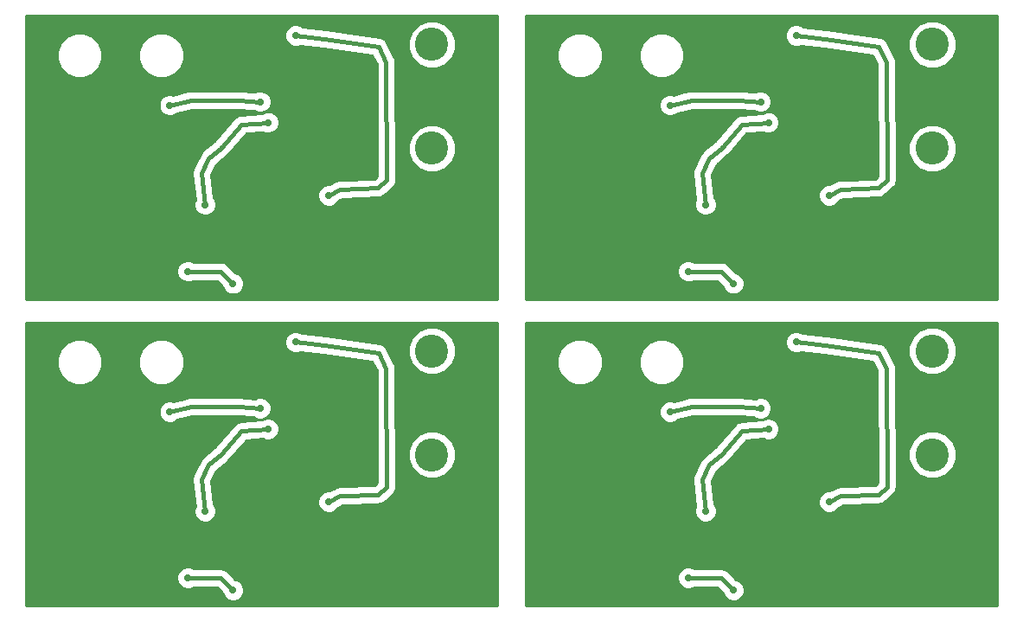
<source format=gbl>
G04 (created by PCBNEW (2013-08-24 BZR 4298)-stable) date Sat 07 Jun 2014 09:10:14 PM PDT*
%MOIN*%
G04 Gerber Fmt 3.4, Leading zero omitted, Abs format*
%FSLAX34Y34*%
G01*
G70*
G90*
G04 APERTURE LIST*
%ADD10C,0.005906*%
%ADD11C,0.127953*%
%ADD12C,0.019685*%
%ADD13R,0.082677X0.082677*%
%ADD14C,0.027559*%
%ADD15C,0.015748*%
%ADD16C,0.010000*%
G04 APERTURE END LIST*
G54D10*
G54D11*
X60826Y-45244D03*
X60826Y-49244D03*
G54D12*
X54330Y-51771D03*
X54557Y-51998D03*
X54557Y-51545D03*
X54104Y-51998D03*
X54104Y-51545D03*
G54D13*
X54330Y-51771D03*
G54D12*
X73622Y-51771D03*
X73848Y-51998D03*
X73848Y-51545D03*
X73395Y-51998D03*
X73395Y-51545D03*
G54D13*
X73622Y-51771D03*
G54D11*
X80118Y-45244D03*
X80118Y-49244D03*
X80118Y-33433D03*
X80118Y-37433D03*
G54D12*
X73622Y-39960D03*
X73848Y-40187D03*
X73848Y-39734D03*
X73395Y-40187D03*
X73395Y-39734D03*
G54D13*
X73622Y-39960D03*
G54D12*
X54330Y-39960D03*
X54557Y-40187D03*
X54557Y-39734D03*
X54104Y-40187D03*
X54104Y-39734D03*
G54D13*
X54330Y-39960D03*
G54D11*
X60826Y-33433D03*
X60826Y-37433D03*
G54D14*
X52086Y-51417D03*
X54511Y-48251D03*
X73803Y-48251D03*
X71377Y-51417D03*
X71377Y-39606D03*
X73803Y-36440D03*
X54511Y-36440D03*
X52086Y-39606D03*
X51377Y-51387D03*
X53980Y-49590D03*
X56055Y-49161D03*
X57874Y-51574D03*
X55433Y-52972D03*
X74724Y-52972D03*
X77165Y-51574D03*
X75346Y-49161D03*
X73271Y-49590D03*
X70669Y-51387D03*
X70669Y-39576D03*
X73271Y-37779D03*
X75346Y-37350D03*
X77165Y-39763D03*
X74724Y-41161D03*
X55433Y-41161D03*
X57874Y-39763D03*
X56055Y-37350D03*
X53980Y-37779D03*
X51377Y-39576D03*
X54208Y-47452D03*
X50720Y-47590D03*
X70011Y-47590D03*
X73500Y-47452D03*
X73500Y-35641D03*
X70011Y-35779D03*
X50720Y-35779D03*
X54208Y-35641D03*
X56850Y-51062D03*
X55574Y-44901D03*
X74866Y-44901D03*
X76141Y-51062D03*
X76141Y-39251D03*
X74866Y-33090D03*
X55574Y-33090D03*
X56850Y-39251D03*
X51417Y-53986D03*
X53159Y-54458D03*
X72450Y-54458D03*
X70708Y-53986D03*
X70708Y-42175D03*
X72450Y-42647D03*
X53159Y-42647D03*
X51417Y-42175D03*
G54D15*
X52709Y-49216D02*
X52709Y-49225D01*
X52228Y-49625D02*
X51948Y-50196D01*
X51948Y-50196D02*
X52086Y-51417D01*
X52708Y-49220D02*
X52228Y-49625D01*
X52709Y-49216D02*
X52708Y-49220D01*
X54511Y-48251D02*
X53488Y-48322D01*
X53488Y-48322D02*
X52708Y-49220D01*
X52708Y-49220D02*
X52708Y-49220D01*
X72000Y-49220D02*
X72000Y-49220D01*
X72779Y-48322D02*
X72000Y-49220D01*
X73803Y-48251D02*
X72779Y-48322D01*
X72001Y-49216D02*
X72000Y-49220D01*
X72000Y-49220D02*
X71519Y-49625D01*
X71240Y-50196D02*
X71377Y-51417D01*
X71519Y-49625D02*
X71240Y-50196D01*
X72001Y-49216D02*
X72000Y-49225D01*
X72001Y-37405D02*
X72000Y-37414D01*
X71519Y-37814D02*
X71240Y-38385D01*
X71240Y-38385D02*
X71377Y-39606D01*
X72000Y-37409D02*
X71519Y-37814D01*
X72001Y-37405D02*
X72000Y-37409D01*
X73803Y-36440D02*
X72779Y-36511D01*
X72779Y-36511D02*
X72000Y-37409D01*
X72000Y-37409D02*
X72000Y-37409D01*
X52708Y-37409D02*
X52708Y-37409D01*
X53488Y-36511D02*
X52708Y-37409D01*
X54511Y-36440D02*
X53488Y-36511D01*
X52709Y-37405D02*
X52708Y-37409D01*
X52708Y-37409D02*
X52228Y-37814D01*
X51948Y-38385D02*
X52086Y-39606D01*
X52228Y-37814D02*
X51948Y-38385D01*
X52709Y-37405D02*
X52709Y-37414D01*
X56055Y-49161D02*
X56039Y-49177D01*
X75346Y-49161D02*
X75330Y-49177D01*
X75346Y-37350D02*
X75330Y-37366D01*
X56055Y-37350D02*
X56039Y-37366D01*
X54208Y-47452D02*
X53370Y-47393D01*
X53370Y-47393D02*
X51539Y-47393D01*
X50720Y-47590D02*
X51539Y-47393D01*
X70011Y-47590D02*
X70830Y-47393D01*
X72661Y-47393D02*
X70830Y-47393D01*
X73500Y-47452D02*
X72661Y-47393D01*
X73500Y-35641D02*
X72661Y-35582D01*
X72661Y-35582D02*
X70830Y-35582D01*
X70011Y-35779D02*
X70830Y-35582D01*
X50720Y-35779D02*
X51539Y-35582D01*
X53370Y-35582D02*
X51539Y-35582D01*
X54208Y-35641D02*
X53370Y-35582D01*
X58755Y-50779D02*
X59086Y-50480D01*
X57283Y-50826D02*
X58755Y-50779D01*
X56850Y-51062D02*
X57283Y-50826D01*
X55574Y-44901D02*
X56692Y-45031D01*
X56692Y-45031D02*
X58763Y-45318D01*
X58763Y-45318D02*
X59062Y-45917D01*
X59062Y-45917D02*
X59086Y-50480D01*
X78354Y-45917D02*
X78377Y-50480D01*
X78055Y-45318D02*
X78354Y-45917D01*
X75984Y-45031D02*
X78055Y-45318D01*
X74866Y-44901D02*
X75984Y-45031D01*
X76141Y-51062D02*
X76574Y-50826D01*
X76574Y-50826D02*
X78047Y-50779D01*
X78047Y-50779D02*
X78377Y-50480D01*
X78047Y-38968D02*
X78377Y-38669D01*
X76574Y-39015D02*
X78047Y-38968D01*
X76141Y-39251D02*
X76574Y-39015D01*
X74866Y-33090D02*
X75984Y-33220D01*
X75984Y-33220D02*
X78055Y-33507D01*
X78055Y-33507D02*
X78354Y-34106D01*
X78354Y-34106D02*
X78377Y-38669D01*
X59062Y-34106D02*
X59086Y-38669D01*
X58763Y-33507D02*
X59062Y-34106D01*
X56692Y-33220D02*
X58763Y-33507D01*
X55574Y-33090D02*
X56692Y-33220D01*
X56850Y-39251D02*
X57283Y-39015D01*
X57283Y-39015D02*
X58755Y-38968D01*
X58755Y-38968D02*
X59086Y-38669D01*
X52687Y-53986D02*
X53159Y-54458D01*
X51417Y-53986D02*
X52687Y-53986D01*
X70708Y-53986D02*
X71978Y-53986D01*
X71978Y-53986D02*
X72450Y-54458D01*
X71978Y-42175D02*
X72450Y-42647D01*
X70708Y-42175D02*
X71978Y-42175D01*
X51417Y-42175D02*
X52687Y-42175D01*
X52687Y-42175D02*
X53159Y-42647D01*
G54D10*
G36*
X63335Y-43257D02*
X61752Y-43257D01*
X61752Y-37249D01*
X61752Y-33249D01*
X61612Y-32909D01*
X61351Y-32648D01*
X61011Y-32507D01*
X60643Y-32506D01*
X60302Y-32647D01*
X60042Y-32907D01*
X59900Y-33248D01*
X59900Y-33616D01*
X60041Y-33956D01*
X60301Y-34217D01*
X60641Y-34358D01*
X61010Y-34359D01*
X61350Y-34218D01*
X61611Y-33958D01*
X61752Y-33618D01*
X61752Y-33249D01*
X61752Y-37249D01*
X61612Y-36909D01*
X61351Y-36648D01*
X61011Y-36507D01*
X60643Y-36506D01*
X60302Y-36647D01*
X60042Y-36907D01*
X59900Y-37248D01*
X59900Y-37616D01*
X60041Y-37956D01*
X60301Y-38217D01*
X60641Y-38358D01*
X61010Y-38359D01*
X61350Y-38218D01*
X61611Y-37958D01*
X61752Y-37618D01*
X61752Y-37249D01*
X61752Y-43257D01*
X59451Y-43257D01*
X59451Y-38667D01*
X59427Y-34104D01*
X59425Y-34092D01*
X59427Y-34080D01*
X59411Y-34023D01*
X59399Y-33964D01*
X59392Y-33954D01*
X59389Y-33943D01*
X59090Y-33344D01*
X59069Y-33318D01*
X59054Y-33287D01*
X59026Y-33262D01*
X59002Y-33232D01*
X58973Y-33215D01*
X58948Y-33193D01*
X58912Y-33180D01*
X58879Y-33161D01*
X58845Y-33157D01*
X58813Y-33146D01*
X56743Y-32858D01*
X56738Y-32859D01*
X56735Y-32857D01*
X55837Y-32753D01*
X55815Y-32731D01*
X55659Y-32666D01*
X55490Y-32666D01*
X55334Y-32730D01*
X55215Y-32850D01*
X55150Y-33005D01*
X55150Y-33174D01*
X55215Y-33330D01*
X55334Y-33449D01*
X55490Y-33514D01*
X55658Y-33514D01*
X55747Y-33478D01*
X56646Y-33582D01*
X58523Y-33842D01*
X58698Y-34193D01*
X58720Y-38508D01*
X58610Y-38608D01*
X57271Y-38650D01*
X57258Y-38654D01*
X57244Y-38652D01*
X57189Y-38670D01*
X57133Y-38683D01*
X57121Y-38691D01*
X57108Y-38695D01*
X56865Y-38827D01*
X56766Y-38827D01*
X56610Y-38892D01*
X56491Y-39011D01*
X56426Y-39167D01*
X56426Y-39335D01*
X56490Y-39491D01*
X56609Y-39611D01*
X56765Y-39675D01*
X56934Y-39676D01*
X57090Y-39611D01*
X57209Y-39492D01*
X57220Y-39465D01*
X57381Y-39377D01*
X58767Y-39333D01*
X58822Y-39320D01*
X58878Y-39312D01*
X58891Y-39304D01*
X58906Y-39301D01*
X58952Y-39268D01*
X59000Y-39239D01*
X59331Y-38939D01*
X59337Y-38931D01*
X59346Y-38926D01*
X59379Y-38874D01*
X59416Y-38825D01*
X59418Y-38815D01*
X59424Y-38807D01*
X59436Y-38746D01*
X59451Y-38687D01*
X59449Y-38677D01*
X59451Y-38667D01*
X59451Y-43257D01*
X54935Y-43257D01*
X54935Y-36356D01*
X54871Y-36201D01*
X54752Y-36081D01*
X54632Y-36032D01*
X54632Y-35557D01*
X54568Y-35401D01*
X54449Y-35282D01*
X54293Y-35217D01*
X54124Y-35217D01*
X54016Y-35262D01*
X53395Y-35218D01*
X53382Y-35220D01*
X53370Y-35217D01*
X51539Y-35217D01*
X51497Y-35226D01*
X51454Y-35227D01*
X51270Y-35271D01*
X51270Y-33684D01*
X51137Y-33362D01*
X50891Y-33115D01*
X50568Y-32981D01*
X50220Y-32981D01*
X49897Y-33114D01*
X49650Y-33360D01*
X49517Y-33683D01*
X49516Y-34031D01*
X49649Y-34354D01*
X49896Y-34601D01*
X50218Y-34734D01*
X50567Y-34735D01*
X50889Y-34601D01*
X51136Y-34355D01*
X51270Y-34033D01*
X51270Y-33684D01*
X51270Y-35271D01*
X50848Y-35373D01*
X50805Y-35355D01*
X50636Y-35355D01*
X50480Y-35419D01*
X50361Y-35539D01*
X50296Y-35694D01*
X50296Y-35863D01*
X50360Y-36019D01*
X50479Y-36138D01*
X50635Y-36203D01*
X50804Y-36203D01*
X50960Y-36139D01*
X51015Y-36083D01*
X51582Y-35947D01*
X53357Y-35947D01*
X53957Y-35989D01*
X53968Y-36000D01*
X54123Y-36065D01*
X54292Y-36065D01*
X54448Y-36001D01*
X54567Y-35882D01*
X54632Y-35726D01*
X54632Y-35557D01*
X54632Y-36032D01*
X54596Y-36017D01*
X54427Y-36016D01*
X54271Y-36081D01*
X54260Y-36092D01*
X53462Y-36147D01*
X53462Y-36147D01*
X53462Y-36147D01*
X53393Y-36166D01*
X53325Y-36185D01*
X53325Y-36185D01*
X53325Y-36185D01*
X53269Y-36228D01*
X53212Y-36272D01*
X53212Y-36272D01*
X53212Y-36272D01*
X52451Y-37148D01*
X51992Y-37536D01*
X51990Y-37539D01*
X51986Y-37541D01*
X51946Y-37594D01*
X51904Y-37647D01*
X51903Y-37651D01*
X51900Y-37654D01*
X51621Y-38225D01*
X51612Y-38256D01*
X51598Y-38284D01*
X51594Y-38324D01*
X51584Y-38362D01*
X51588Y-38394D01*
X51586Y-38426D01*
X51699Y-39432D01*
X51662Y-39521D01*
X51662Y-39690D01*
X51726Y-39846D01*
X51846Y-39965D01*
X52001Y-40030D01*
X52170Y-40030D01*
X52326Y-39965D01*
X52445Y-39846D01*
X52510Y-39691D01*
X52510Y-39522D01*
X52446Y-39366D01*
X52424Y-39344D01*
X52323Y-38450D01*
X52522Y-38044D01*
X52932Y-37697D01*
X52956Y-37683D01*
X52978Y-37653D01*
X52984Y-37648D01*
X53664Y-36865D01*
X54319Y-36820D01*
X54427Y-36864D01*
X54595Y-36865D01*
X54751Y-36800D01*
X54871Y-36681D01*
X54935Y-36525D01*
X54935Y-36356D01*
X54935Y-43257D01*
X53583Y-43257D01*
X53583Y-42563D01*
X53519Y-42407D01*
X53399Y-42288D01*
X53256Y-42229D01*
X52945Y-41917D01*
X52826Y-41838D01*
X52687Y-41810D01*
X51644Y-41810D01*
X51502Y-41751D01*
X51333Y-41751D01*
X51177Y-41815D01*
X51058Y-41934D01*
X50993Y-42090D01*
X50993Y-42259D01*
X51057Y-42415D01*
X51176Y-42534D01*
X51332Y-42599D01*
X51501Y-42599D01*
X51644Y-42540D01*
X52535Y-42540D01*
X52741Y-42745D01*
X52799Y-42887D01*
X52918Y-43006D01*
X53074Y-43071D01*
X53243Y-43071D01*
X53399Y-43007D01*
X53518Y-42888D01*
X53583Y-42732D01*
X53583Y-42563D01*
X53583Y-43257D01*
X48121Y-43257D01*
X48121Y-33684D01*
X47987Y-33362D01*
X47741Y-33115D01*
X47419Y-32981D01*
X47070Y-32981D01*
X46748Y-33114D01*
X46501Y-33360D01*
X46367Y-33683D01*
X46367Y-34031D01*
X46500Y-34354D01*
X46746Y-34601D01*
X47068Y-34734D01*
X47417Y-34735D01*
X47740Y-34601D01*
X47986Y-34355D01*
X48120Y-34033D01*
X48121Y-33684D01*
X48121Y-43257D01*
X45168Y-43257D01*
X45168Y-32333D01*
X63335Y-32333D01*
X63335Y-43257D01*
X63335Y-43257D01*
G37*
G54D16*
X63335Y-43257D02*
X61752Y-43257D01*
X61752Y-37249D01*
X61752Y-33249D01*
X61612Y-32909D01*
X61351Y-32648D01*
X61011Y-32507D01*
X60643Y-32506D01*
X60302Y-32647D01*
X60042Y-32907D01*
X59900Y-33248D01*
X59900Y-33616D01*
X60041Y-33956D01*
X60301Y-34217D01*
X60641Y-34358D01*
X61010Y-34359D01*
X61350Y-34218D01*
X61611Y-33958D01*
X61752Y-33618D01*
X61752Y-33249D01*
X61752Y-37249D01*
X61612Y-36909D01*
X61351Y-36648D01*
X61011Y-36507D01*
X60643Y-36506D01*
X60302Y-36647D01*
X60042Y-36907D01*
X59900Y-37248D01*
X59900Y-37616D01*
X60041Y-37956D01*
X60301Y-38217D01*
X60641Y-38358D01*
X61010Y-38359D01*
X61350Y-38218D01*
X61611Y-37958D01*
X61752Y-37618D01*
X61752Y-37249D01*
X61752Y-43257D01*
X59451Y-43257D01*
X59451Y-38667D01*
X59427Y-34104D01*
X59425Y-34092D01*
X59427Y-34080D01*
X59411Y-34023D01*
X59399Y-33964D01*
X59392Y-33954D01*
X59389Y-33943D01*
X59090Y-33344D01*
X59069Y-33318D01*
X59054Y-33287D01*
X59026Y-33262D01*
X59002Y-33232D01*
X58973Y-33215D01*
X58948Y-33193D01*
X58912Y-33180D01*
X58879Y-33161D01*
X58845Y-33157D01*
X58813Y-33146D01*
X56743Y-32858D01*
X56738Y-32859D01*
X56735Y-32857D01*
X55837Y-32753D01*
X55815Y-32731D01*
X55659Y-32666D01*
X55490Y-32666D01*
X55334Y-32730D01*
X55215Y-32850D01*
X55150Y-33005D01*
X55150Y-33174D01*
X55215Y-33330D01*
X55334Y-33449D01*
X55490Y-33514D01*
X55658Y-33514D01*
X55747Y-33478D01*
X56646Y-33582D01*
X58523Y-33842D01*
X58698Y-34193D01*
X58720Y-38508D01*
X58610Y-38608D01*
X57271Y-38650D01*
X57258Y-38654D01*
X57244Y-38652D01*
X57189Y-38670D01*
X57133Y-38683D01*
X57121Y-38691D01*
X57108Y-38695D01*
X56865Y-38827D01*
X56766Y-38827D01*
X56610Y-38892D01*
X56491Y-39011D01*
X56426Y-39167D01*
X56426Y-39335D01*
X56490Y-39491D01*
X56609Y-39611D01*
X56765Y-39675D01*
X56934Y-39676D01*
X57090Y-39611D01*
X57209Y-39492D01*
X57220Y-39465D01*
X57381Y-39377D01*
X58767Y-39333D01*
X58822Y-39320D01*
X58878Y-39312D01*
X58891Y-39304D01*
X58906Y-39301D01*
X58952Y-39268D01*
X59000Y-39239D01*
X59331Y-38939D01*
X59337Y-38931D01*
X59346Y-38926D01*
X59379Y-38874D01*
X59416Y-38825D01*
X59418Y-38815D01*
X59424Y-38807D01*
X59436Y-38746D01*
X59451Y-38687D01*
X59449Y-38677D01*
X59451Y-38667D01*
X59451Y-43257D01*
X54935Y-43257D01*
X54935Y-36356D01*
X54871Y-36201D01*
X54752Y-36081D01*
X54632Y-36032D01*
X54632Y-35557D01*
X54568Y-35401D01*
X54449Y-35282D01*
X54293Y-35217D01*
X54124Y-35217D01*
X54016Y-35262D01*
X53395Y-35218D01*
X53382Y-35220D01*
X53370Y-35217D01*
X51539Y-35217D01*
X51497Y-35226D01*
X51454Y-35227D01*
X51270Y-35271D01*
X51270Y-33684D01*
X51137Y-33362D01*
X50891Y-33115D01*
X50568Y-32981D01*
X50220Y-32981D01*
X49897Y-33114D01*
X49650Y-33360D01*
X49517Y-33683D01*
X49516Y-34031D01*
X49649Y-34354D01*
X49896Y-34601D01*
X50218Y-34734D01*
X50567Y-34735D01*
X50889Y-34601D01*
X51136Y-34355D01*
X51270Y-34033D01*
X51270Y-33684D01*
X51270Y-35271D01*
X50848Y-35373D01*
X50805Y-35355D01*
X50636Y-35355D01*
X50480Y-35419D01*
X50361Y-35539D01*
X50296Y-35694D01*
X50296Y-35863D01*
X50360Y-36019D01*
X50479Y-36138D01*
X50635Y-36203D01*
X50804Y-36203D01*
X50960Y-36139D01*
X51015Y-36083D01*
X51582Y-35947D01*
X53357Y-35947D01*
X53957Y-35989D01*
X53968Y-36000D01*
X54123Y-36065D01*
X54292Y-36065D01*
X54448Y-36001D01*
X54567Y-35882D01*
X54632Y-35726D01*
X54632Y-35557D01*
X54632Y-36032D01*
X54596Y-36017D01*
X54427Y-36016D01*
X54271Y-36081D01*
X54260Y-36092D01*
X53462Y-36147D01*
X53462Y-36147D01*
X53462Y-36147D01*
X53393Y-36166D01*
X53325Y-36185D01*
X53325Y-36185D01*
X53325Y-36185D01*
X53269Y-36228D01*
X53212Y-36272D01*
X53212Y-36272D01*
X53212Y-36272D01*
X52451Y-37148D01*
X51992Y-37536D01*
X51990Y-37539D01*
X51986Y-37541D01*
X51946Y-37594D01*
X51904Y-37647D01*
X51903Y-37651D01*
X51900Y-37654D01*
X51621Y-38225D01*
X51612Y-38256D01*
X51598Y-38284D01*
X51594Y-38324D01*
X51584Y-38362D01*
X51588Y-38394D01*
X51586Y-38426D01*
X51699Y-39432D01*
X51662Y-39521D01*
X51662Y-39690D01*
X51726Y-39846D01*
X51846Y-39965D01*
X52001Y-40030D01*
X52170Y-40030D01*
X52326Y-39965D01*
X52445Y-39846D01*
X52510Y-39691D01*
X52510Y-39522D01*
X52446Y-39366D01*
X52424Y-39344D01*
X52323Y-38450D01*
X52522Y-38044D01*
X52932Y-37697D01*
X52956Y-37683D01*
X52978Y-37653D01*
X52984Y-37648D01*
X53664Y-36865D01*
X54319Y-36820D01*
X54427Y-36864D01*
X54595Y-36865D01*
X54751Y-36800D01*
X54871Y-36681D01*
X54935Y-36525D01*
X54935Y-36356D01*
X54935Y-43257D01*
X53583Y-43257D01*
X53583Y-42563D01*
X53519Y-42407D01*
X53399Y-42288D01*
X53256Y-42229D01*
X52945Y-41917D01*
X52826Y-41838D01*
X52687Y-41810D01*
X51644Y-41810D01*
X51502Y-41751D01*
X51333Y-41751D01*
X51177Y-41815D01*
X51058Y-41934D01*
X50993Y-42090D01*
X50993Y-42259D01*
X51057Y-42415D01*
X51176Y-42534D01*
X51332Y-42599D01*
X51501Y-42599D01*
X51644Y-42540D01*
X52535Y-42540D01*
X52741Y-42745D01*
X52799Y-42887D01*
X52918Y-43006D01*
X53074Y-43071D01*
X53243Y-43071D01*
X53399Y-43007D01*
X53518Y-42888D01*
X53583Y-42732D01*
X53583Y-42563D01*
X53583Y-43257D01*
X48121Y-43257D01*
X48121Y-33684D01*
X47987Y-33362D01*
X47741Y-33115D01*
X47419Y-32981D01*
X47070Y-32981D01*
X46748Y-33114D01*
X46501Y-33360D01*
X46367Y-33683D01*
X46367Y-34031D01*
X46500Y-34354D01*
X46746Y-34601D01*
X47068Y-34734D01*
X47417Y-34735D01*
X47740Y-34601D01*
X47986Y-34355D01*
X48120Y-34033D01*
X48121Y-33684D01*
X48121Y-43257D01*
X45168Y-43257D01*
X45168Y-32333D01*
X63335Y-32333D01*
X63335Y-43257D01*
G54D10*
G36*
X82627Y-43257D02*
X81044Y-43257D01*
X81044Y-37249D01*
X81044Y-33249D01*
X80903Y-32909D01*
X80643Y-32648D01*
X80303Y-32507D01*
X79934Y-32506D01*
X79594Y-32647D01*
X79333Y-32907D01*
X79192Y-33248D01*
X79191Y-33616D01*
X79332Y-33956D01*
X79592Y-34217D01*
X79933Y-34358D01*
X80301Y-34359D01*
X80641Y-34218D01*
X80902Y-33958D01*
X81043Y-33618D01*
X81044Y-33249D01*
X81044Y-37249D01*
X80903Y-36909D01*
X80643Y-36648D01*
X80303Y-36507D01*
X79934Y-36506D01*
X79594Y-36647D01*
X79333Y-36907D01*
X79192Y-37248D01*
X79191Y-37616D01*
X79332Y-37956D01*
X79592Y-38217D01*
X79933Y-38358D01*
X80301Y-38359D01*
X80641Y-38218D01*
X80902Y-37958D01*
X81043Y-37618D01*
X81044Y-37249D01*
X81044Y-43257D01*
X78742Y-43257D01*
X78742Y-38667D01*
X78719Y-34104D01*
X78716Y-34092D01*
X78718Y-34080D01*
X78702Y-34023D01*
X78690Y-33964D01*
X78683Y-33954D01*
X78680Y-33943D01*
X78381Y-33344D01*
X78360Y-33318D01*
X78346Y-33287D01*
X78317Y-33262D01*
X78294Y-33232D01*
X78264Y-33215D01*
X78239Y-33193D01*
X78203Y-33180D01*
X78170Y-33161D01*
X78137Y-33157D01*
X78105Y-33146D01*
X76034Y-32858D01*
X76030Y-32859D01*
X76026Y-32857D01*
X75128Y-32753D01*
X75106Y-32731D01*
X74950Y-32666D01*
X74782Y-32666D01*
X74626Y-32730D01*
X74506Y-32850D01*
X74442Y-33005D01*
X74442Y-33174D01*
X74506Y-33330D01*
X74625Y-33449D01*
X74781Y-33514D01*
X74950Y-33514D01*
X75038Y-33478D01*
X75938Y-33582D01*
X77814Y-33842D01*
X77989Y-34193D01*
X78012Y-38508D01*
X77901Y-38608D01*
X76563Y-38650D01*
X76549Y-38654D01*
X76535Y-38652D01*
X76480Y-38670D01*
X76424Y-38683D01*
X76413Y-38691D01*
X76400Y-38695D01*
X76156Y-38827D01*
X76057Y-38827D01*
X75901Y-38892D01*
X75782Y-39011D01*
X75717Y-39167D01*
X75717Y-39335D01*
X75782Y-39491D01*
X75901Y-39611D01*
X76057Y-39675D01*
X76225Y-39676D01*
X76381Y-39611D01*
X76500Y-39492D01*
X76512Y-39465D01*
X76673Y-39377D01*
X78058Y-39333D01*
X78113Y-39320D01*
X78169Y-39312D01*
X78182Y-39304D01*
X78197Y-39301D01*
X78243Y-39268D01*
X78292Y-39239D01*
X78622Y-38939D01*
X78628Y-38931D01*
X78637Y-38926D01*
X78671Y-38874D01*
X78707Y-38825D01*
X78710Y-38815D01*
X78715Y-38807D01*
X78727Y-38746D01*
X78742Y-38687D01*
X78740Y-38677D01*
X78742Y-38667D01*
X78742Y-43257D01*
X74227Y-43257D01*
X74227Y-36356D01*
X74162Y-36201D01*
X74043Y-36081D01*
X73924Y-36032D01*
X73924Y-35557D01*
X73859Y-35401D01*
X73740Y-35282D01*
X73584Y-35217D01*
X73416Y-35217D01*
X73307Y-35262D01*
X72687Y-35218D01*
X72674Y-35220D01*
X72661Y-35217D01*
X70830Y-35217D01*
X70788Y-35226D01*
X70745Y-35227D01*
X70561Y-35271D01*
X70561Y-33684D01*
X70428Y-33362D01*
X70182Y-33115D01*
X69860Y-32981D01*
X69511Y-32981D01*
X69189Y-33114D01*
X68942Y-33360D01*
X68808Y-33683D01*
X68808Y-34031D01*
X68941Y-34354D01*
X69187Y-34601D01*
X69509Y-34734D01*
X69858Y-34735D01*
X70181Y-34601D01*
X70427Y-34355D01*
X70561Y-34033D01*
X70561Y-33684D01*
X70561Y-35271D01*
X70139Y-35373D01*
X70096Y-35355D01*
X69927Y-35355D01*
X69771Y-35419D01*
X69652Y-35539D01*
X69587Y-35694D01*
X69587Y-35863D01*
X69652Y-36019D01*
X69771Y-36138D01*
X69927Y-36203D01*
X70095Y-36203D01*
X70251Y-36139D01*
X70307Y-36083D01*
X70873Y-35947D01*
X72648Y-35947D01*
X73248Y-35989D01*
X73259Y-36000D01*
X73415Y-36065D01*
X73583Y-36065D01*
X73739Y-36001D01*
X73859Y-35882D01*
X73923Y-35726D01*
X73924Y-35557D01*
X73924Y-36032D01*
X73887Y-36017D01*
X73719Y-36016D01*
X73563Y-36081D01*
X73552Y-36092D01*
X72754Y-36147D01*
X72754Y-36147D01*
X72753Y-36147D01*
X72685Y-36166D01*
X72616Y-36185D01*
X72616Y-36185D01*
X72616Y-36185D01*
X72560Y-36228D01*
X72504Y-36272D01*
X72504Y-36272D01*
X72503Y-36272D01*
X71742Y-37148D01*
X71284Y-37536D01*
X71281Y-37539D01*
X71278Y-37541D01*
X71237Y-37594D01*
X71195Y-37647D01*
X71194Y-37651D01*
X71191Y-37654D01*
X70912Y-38225D01*
X70904Y-38256D01*
X70889Y-38284D01*
X70886Y-38324D01*
X70875Y-38362D01*
X70880Y-38394D01*
X70877Y-38426D01*
X70991Y-39432D01*
X70954Y-39521D01*
X70953Y-39690D01*
X71018Y-39846D01*
X71137Y-39965D01*
X71293Y-40030D01*
X71461Y-40030D01*
X71617Y-39965D01*
X71737Y-39846D01*
X71801Y-39691D01*
X71802Y-39522D01*
X71737Y-39366D01*
X71715Y-39344D01*
X71614Y-38450D01*
X71813Y-38044D01*
X72224Y-37697D01*
X72248Y-37683D01*
X72270Y-37653D01*
X72275Y-37648D01*
X72955Y-36865D01*
X73610Y-36820D01*
X73718Y-36864D01*
X73887Y-36865D01*
X74043Y-36800D01*
X74162Y-36681D01*
X74227Y-36525D01*
X74227Y-36356D01*
X74227Y-43257D01*
X72874Y-43257D01*
X72874Y-42563D01*
X72810Y-42407D01*
X72691Y-42288D01*
X72548Y-42229D01*
X72236Y-41917D01*
X72118Y-41838D01*
X71978Y-41810D01*
X70935Y-41810D01*
X70793Y-41751D01*
X70624Y-41751D01*
X70468Y-41815D01*
X70349Y-41934D01*
X70284Y-42090D01*
X70284Y-42259D01*
X70348Y-42415D01*
X70468Y-42534D01*
X70623Y-42599D01*
X70792Y-42599D01*
X70935Y-42540D01*
X71827Y-42540D01*
X72032Y-42745D01*
X72091Y-42887D01*
X72210Y-43006D01*
X72366Y-43071D01*
X72534Y-43071D01*
X72690Y-43007D01*
X72810Y-42888D01*
X72874Y-42732D01*
X72874Y-42563D01*
X72874Y-43257D01*
X67412Y-43257D01*
X67412Y-33684D01*
X67279Y-33362D01*
X67032Y-33115D01*
X66710Y-32981D01*
X66361Y-32981D01*
X66039Y-33114D01*
X65792Y-33360D01*
X65658Y-33683D01*
X65658Y-34031D01*
X65791Y-34354D01*
X66038Y-34601D01*
X66360Y-34734D01*
X66709Y-34735D01*
X67031Y-34601D01*
X67278Y-34355D01*
X67412Y-34033D01*
X67412Y-33684D01*
X67412Y-43257D01*
X64459Y-43257D01*
X64459Y-32333D01*
X82627Y-32333D01*
X82627Y-43257D01*
X82627Y-43257D01*
G37*
G54D16*
X82627Y-43257D02*
X81044Y-43257D01*
X81044Y-37249D01*
X81044Y-33249D01*
X80903Y-32909D01*
X80643Y-32648D01*
X80303Y-32507D01*
X79934Y-32506D01*
X79594Y-32647D01*
X79333Y-32907D01*
X79192Y-33248D01*
X79191Y-33616D01*
X79332Y-33956D01*
X79592Y-34217D01*
X79933Y-34358D01*
X80301Y-34359D01*
X80641Y-34218D01*
X80902Y-33958D01*
X81043Y-33618D01*
X81044Y-33249D01*
X81044Y-37249D01*
X80903Y-36909D01*
X80643Y-36648D01*
X80303Y-36507D01*
X79934Y-36506D01*
X79594Y-36647D01*
X79333Y-36907D01*
X79192Y-37248D01*
X79191Y-37616D01*
X79332Y-37956D01*
X79592Y-38217D01*
X79933Y-38358D01*
X80301Y-38359D01*
X80641Y-38218D01*
X80902Y-37958D01*
X81043Y-37618D01*
X81044Y-37249D01*
X81044Y-43257D01*
X78742Y-43257D01*
X78742Y-38667D01*
X78719Y-34104D01*
X78716Y-34092D01*
X78718Y-34080D01*
X78702Y-34023D01*
X78690Y-33964D01*
X78683Y-33954D01*
X78680Y-33943D01*
X78381Y-33344D01*
X78360Y-33318D01*
X78346Y-33287D01*
X78317Y-33262D01*
X78294Y-33232D01*
X78264Y-33215D01*
X78239Y-33193D01*
X78203Y-33180D01*
X78170Y-33161D01*
X78137Y-33157D01*
X78105Y-33146D01*
X76034Y-32858D01*
X76030Y-32859D01*
X76026Y-32857D01*
X75128Y-32753D01*
X75106Y-32731D01*
X74950Y-32666D01*
X74782Y-32666D01*
X74626Y-32730D01*
X74506Y-32850D01*
X74442Y-33005D01*
X74442Y-33174D01*
X74506Y-33330D01*
X74625Y-33449D01*
X74781Y-33514D01*
X74950Y-33514D01*
X75038Y-33478D01*
X75938Y-33582D01*
X77814Y-33842D01*
X77989Y-34193D01*
X78012Y-38508D01*
X77901Y-38608D01*
X76563Y-38650D01*
X76549Y-38654D01*
X76535Y-38652D01*
X76480Y-38670D01*
X76424Y-38683D01*
X76413Y-38691D01*
X76400Y-38695D01*
X76156Y-38827D01*
X76057Y-38827D01*
X75901Y-38892D01*
X75782Y-39011D01*
X75717Y-39167D01*
X75717Y-39335D01*
X75782Y-39491D01*
X75901Y-39611D01*
X76057Y-39675D01*
X76225Y-39676D01*
X76381Y-39611D01*
X76500Y-39492D01*
X76512Y-39465D01*
X76673Y-39377D01*
X78058Y-39333D01*
X78113Y-39320D01*
X78169Y-39312D01*
X78182Y-39304D01*
X78197Y-39301D01*
X78243Y-39268D01*
X78292Y-39239D01*
X78622Y-38939D01*
X78628Y-38931D01*
X78637Y-38926D01*
X78671Y-38874D01*
X78707Y-38825D01*
X78710Y-38815D01*
X78715Y-38807D01*
X78727Y-38746D01*
X78742Y-38687D01*
X78740Y-38677D01*
X78742Y-38667D01*
X78742Y-43257D01*
X74227Y-43257D01*
X74227Y-36356D01*
X74162Y-36201D01*
X74043Y-36081D01*
X73924Y-36032D01*
X73924Y-35557D01*
X73859Y-35401D01*
X73740Y-35282D01*
X73584Y-35217D01*
X73416Y-35217D01*
X73307Y-35262D01*
X72687Y-35218D01*
X72674Y-35220D01*
X72661Y-35217D01*
X70830Y-35217D01*
X70788Y-35226D01*
X70745Y-35227D01*
X70561Y-35271D01*
X70561Y-33684D01*
X70428Y-33362D01*
X70182Y-33115D01*
X69860Y-32981D01*
X69511Y-32981D01*
X69189Y-33114D01*
X68942Y-33360D01*
X68808Y-33683D01*
X68808Y-34031D01*
X68941Y-34354D01*
X69187Y-34601D01*
X69509Y-34734D01*
X69858Y-34735D01*
X70181Y-34601D01*
X70427Y-34355D01*
X70561Y-34033D01*
X70561Y-33684D01*
X70561Y-35271D01*
X70139Y-35373D01*
X70096Y-35355D01*
X69927Y-35355D01*
X69771Y-35419D01*
X69652Y-35539D01*
X69587Y-35694D01*
X69587Y-35863D01*
X69652Y-36019D01*
X69771Y-36138D01*
X69927Y-36203D01*
X70095Y-36203D01*
X70251Y-36139D01*
X70307Y-36083D01*
X70873Y-35947D01*
X72648Y-35947D01*
X73248Y-35989D01*
X73259Y-36000D01*
X73415Y-36065D01*
X73583Y-36065D01*
X73739Y-36001D01*
X73859Y-35882D01*
X73923Y-35726D01*
X73924Y-35557D01*
X73924Y-36032D01*
X73887Y-36017D01*
X73719Y-36016D01*
X73563Y-36081D01*
X73552Y-36092D01*
X72754Y-36147D01*
X72754Y-36147D01*
X72753Y-36147D01*
X72685Y-36166D01*
X72616Y-36185D01*
X72616Y-36185D01*
X72616Y-36185D01*
X72560Y-36228D01*
X72504Y-36272D01*
X72504Y-36272D01*
X72503Y-36272D01*
X71742Y-37148D01*
X71284Y-37536D01*
X71281Y-37539D01*
X71278Y-37541D01*
X71237Y-37594D01*
X71195Y-37647D01*
X71194Y-37651D01*
X71191Y-37654D01*
X70912Y-38225D01*
X70904Y-38256D01*
X70889Y-38284D01*
X70886Y-38324D01*
X70875Y-38362D01*
X70880Y-38394D01*
X70877Y-38426D01*
X70991Y-39432D01*
X70954Y-39521D01*
X70953Y-39690D01*
X71018Y-39846D01*
X71137Y-39965D01*
X71293Y-40030D01*
X71461Y-40030D01*
X71617Y-39965D01*
X71737Y-39846D01*
X71801Y-39691D01*
X71802Y-39522D01*
X71737Y-39366D01*
X71715Y-39344D01*
X71614Y-38450D01*
X71813Y-38044D01*
X72224Y-37697D01*
X72248Y-37683D01*
X72270Y-37653D01*
X72275Y-37648D01*
X72955Y-36865D01*
X73610Y-36820D01*
X73718Y-36864D01*
X73887Y-36865D01*
X74043Y-36800D01*
X74162Y-36681D01*
X74227Y-36525D01*
X74227Y-36356D01*
X74227Y-43257D01*
X72874Y-43257D01*
X72874Y-42563D01*
X72810Y-42407D01*
X72691Y-42288D01*
X72548Y-42229D01*
X72236Y-41917D01*
X72118Y-41838D01*
X71978Y-41810D01*
X70935Y-41810D01*
X70793Y-41751D01*
X70624Y-41751D01*
X70468Y-41815D01*
X70349Y-41934D01*
X70284Y-42090D01*
X70284Y-42259D01*
X70348Y-42415D01*
X70468Y-42534D01*
X70623Y-42599D01*
X70792Y-42599D01*
X70935Y-42540D01*
X71827Y-42540D01*
X72032Y-42745D01*
X72091Y-42887D01*
X72210Y-43006D01*
X72366Y-43071D01*
X72534Y-43071D01*
X72690Y-43007D01*
X72810Y-42888D01*
X72874Y-42732D01*
X72874Y-42563D01*
X72874Y-43257D01*
X67412Y-43257D01*
X67412Y-33684D01*
X67279Y-33362D01*
X67032Y-33115D01*
X66710Y-32981D01*
X66361Y-32981D01*
X66039Y-33114D01*
X65792Y-33360D01*
X65658Y-33683D01*
X65658Y-34031D01*
X65791Y-34354D01*
X66038Y-34601D01*
X66360Y-34734D01*
X66709Y-34735D01*
X67031Y-34601D01*
X67278Y-34355D01*
X67412Y-34033D01*
X67412Y-33684D01*
X67412Y-43257D01*
X64459Y-43257D01*
X64459Y-32333D01*
X82627Y-32333D01*
X82627Y-43257D01*
G54D10*
G36*
X63335Y-55068D02*
X61752Y-55068D01*
X61752Y-49060D01*
X61752Y-45060D01*
X61612Y-44720D01*
X61351Y-44459D01*
X61011Y-44318D01*
X60643Y-44317D01*
X60302Y-44458D01*
X60042Y-44718D01*
X59900Y-45059D01*
X59900Y-45427D01*
X60041Y-45767D01*
X60301Y-46028D01*
X60641Y-46169D01*
X61010Y-46170D01*
X61350Y-46029D01*
X61611Y-45769D01*
X61752Y-45429D01*
X61752Y-45060D01*
X61752Y-49060D01*
X61612Y-48720D01*
X61351Y-48459D01*
X61011Y-48318D01*
X60643Y-48317D01*
X60302Y-48458D01*
X60042Y-48718D01*
X59900Y-49059D01*
X59900Y-49427D01*
X60041Y-49767D01*
X60301Y-50028D01*
X60641Y-50169D01*
X61010Y-50170D01*
X61350Y-50029D01*
X61611Y-49769D01*
X61752Y-49429D01*
X61752Y-49060D01*
X61752Y-55068D01*
X59451Y-55068D01*
X59451Y-50478D01*
X59427Y-45915D01*
X59425Y-45903D01*
X59427Y-45891D01*
X59411Y-45834D01*
X59399Y-45775D01*
X59392Y-45765D01*
X59389Y-45754D01*
X59090Y-45155D01*
X59069Y-45129D01*
X59054Y-45098D01*
X59026Y-45073D01*
X59002Y-45043D01*
X58973Y-45026D01*
X58948Y-45004D01*
X58912Y-44991D01*
X58879Y-44972D01*
X58845Y-44968D01*
X58813Y-44957D01*
X56743Y-44670D01*
X56738Y-44670D01*
X56735Y-44668D01*
X55837Y-44564D01*
X55815Y-44542D01*
X55659Y-44477D01*
X55490Y-44477D01*
X55334Y-44541D01*
X55215Y-44661D01*
X55150Y-44816D01*
X55150Y-44985D01*
X55215Y-45141D01*
X55334Y-45260D01*
X55490Y-45325D01*
X55658Y-45325D01*
X55747Y-45289D01*
X56646Y-45393D01*
X58523Y-45653D01*
X58698Y-46004D01*
X58720Y-50319D01*
X58610Y-50419D01*
X57271Y-50461D01*
X57258Y-50465D01*
X57244Y-50463D01*
X57189Y-50481D01*
X57133Y-50494D01*
X57121Y-50502D01*
X57108Y-50506D01*
X56865Y-50638D01*
X56766Y-50638D01*
X56610Y-50703D01*
X56491Y-50822D01*
X56426Y-50978D01*
X56426Y-51146D01*
X56490Y-51302D01*
X56609Y-51422D01*
X56765Y-51486D01*
X56934Y-51487D01*
X57090Y-51422D01*
X57209Y-51303D01*
X57220Y-51276D01*
X57381Y-51188D01*
X58767Y-51144D01*
X58822Y-51131D01*
X58878Y-51123D01*
X58891Y-51115D01*
X58906Y-51112D01*
X58952Y-51079D01*
X59000Y-51050D01*
X59331Y-50750D01*
X59337Y-50742D01*
X59346Y-50737D01*
X59379Y-50685D01*
X59416Y-50636D01*
X59418Y-50626D01*
X59424Y-50618D01*
X59436Y-50558D01*
X59451Y-50498D01*
X59449Y-50488D01*
X59451Y-50478D01*
X59451Y-55068D01*
X54935Y-55068D01*
X54935Y-48167D01*
X54871Y-48012D01*
X54752Y-47892D01*
X54632Y-47843D01*
X54632Y-47368D01*
X54568Y-47212D01*
X54449Y-47093D01*
X54293Y-47028D01*
X54124Y-47028D01*
X54016Y-47073D01*
X53395Y-47029D01*
X53382Y-47031D01*
X53370Y-47028D01*
X51539Y-47028D01*
X51497Y-47037D01*
X51454Y-47038D01*
X51270Y-47082D01*
X51270Y-45495D01*
X51137Y-45173D01*
X50891Y-44926D01*
X50568Y-44792D01*
X50220Y-44792D01*
X49897Y-44925D01*
X49650Y-45171D01*
X49517Y-45494D01*
X49516Y-45842D01*
X49649Y-46165D01*
X49896Y-46412D01*
X50218Y-46545D01*
X50567Y-46546D01*
X50889Y-46413D01*
X51136Y-46166D01*
X51270Y-45844D01*
X51270Y-45495D01*
X51270Y-47082D01*
X50848Y-47184D01*
X50805Y-47166D01*
X50636Y-47166D01*
X50480Y-47230D01*
X50361Y-47350D01*
X50296Y-47505D01*
X50296Y-47674D01*
X50360Y-47830D01*
X50479Y-47949D01*
X50635Y-48014D01*
X50804Y-48014D01*
X50960Y-47950D01*
X51015Y-47894D01*
X51582Y-47758D01*
X53357Y-47758D01*
X53957Y-47800D01*
X53968Y-47812D01*
X54123Y-47876D01*
X54292Y-47876D01*
X54448Y-47812D01*
X54567Y-47693D01*
X54632Y-47537D01*
X54632Y-47368D01*
X54632Y-47843D01*
X54596Y-47828D01*
X54427Y-47827D01*
X54271Y-47892D01*
X54260Y-47903D01*
X53462Y-47958D01*
X53462Y-47958D01*
X53462Y-47958D01*
X53393Y-47977D01*
X53325Y-47996D01*
X53325Y-47996D01*
X53325Y-47996D01*
X53269Y-48039D01*
X53212Y-48083D01*
X53212Y-48083D01*
X53212Y-48083D01*
X52451Y-48959D01*
X51992Y-49347D01*
X51990Y-49350D01*
X51986Y-49352D01*
X51946Y-49405D01*
X51904Y-49458D01*
X51903Y-49462D01*
X51900Y-49465D01*
X51621Y-50036D01*
X51612Y-50067D01*
X51598Y-50095D01*
X51594Y-50135D01*
X51584Y-50174D01*
X51588Y-50205D01*
X51586Y-50237D01*
X51699Y-51243D01*
X51662Y-51332D01*
X51662Y-51501D01*
X51726Y-51657D01*
X51846Y-51776D01*
X52001Y-51841D01*
X52170Y-51841D01*
X52326Y-51776D01*
X52445Y-51657D01*
X52510Y-51502D01*
X52510Y-51333D01*
X52446Y-51177D01*
X52424Y-51155D01*
X52323Y-50261D01*
X52522Y-49855D01*
X52932Y-49508D01*
X52956Y-49494D01*
X52978Y-49464D01*
X52984Y-49459D01*
X53664Y-48676D01*
X54319Y-48631D01*
X54427Y-48675D01*
X54595Y-48676D01*
X54751Y-48611D01*
X54871Y-48492D01*
X54935Y-48336D01*
X54935Y-48167D01*
X54935Y-55068D01*
X53583Y-55068D01*
X53583Y-54374D01*
X53519Y-54218D01*
X53399Y-54099D01*
X53256Y-54040D01*
X52945Y-53728D01*
X52826Y-53649D01*
X52687Y-53621D01*
X51644Y-53621D01*
X51502Y-53562D01*
X51333Y-53562D01*
X51177Y-53626D01*
X51058Y-53745D01*
X50993Y-53901D01*
X50993Y-54070D01*
X51057Y-54226D01*
X51176Y-54345D01*
X51332Y-54410D01*
X51501Y-54410D01*
X51644Y-54351D01*
X52535Y-54351D01*
X52741Y-54556D01*
X52799Y-54698D01*
X52918Y-54817D01*
X53074Y-54882D01*
X53243Y-54882D01*
X53399Y-54818D01*
X53518Y-54699D01*
X53583Y-54543D01*
X53583Y-54374D01*
X53583Y-55068D01*
X48121Y-55068D01*
X48121Y-45495D01*
X47987Y-45173D01*
X47741Y-44926D01*
X47419Y-44792D01*
X47070Y-44792D01*
X46748Y-44925D01*
X46501Y-45171D01*
X46367Y-45494D01*
X46367Y-45842D01*
X46500Y-46165D01*
X46746Y-46412D01*
X47068Y-46545D01*
X47417Y-46546D01*
X47740Y-46413D01*
X47986Y-46166D01*
X48120Y-45844D01*
X48121Y-45495D01*
X48121Y-55068D01*
X45168Y-55068D01*
X45168Y-44144D01*
X63335Y-44144D01*
X63335Y-55068D01*
X63335Y-55068D01*
G37*
G54D16*
X63335Y-55068D02*
X61752Y-55068D01*
X61752Y-49060D01*
X61752Y-45060D01*
X61612Y-44720D01*
X61351Y-44459D01*
X61011Y-44318D01*
X60643Y-44317D01*
X60302Y-44458D01*
X60042Y-44718D01*
X59900Y-45059D01*
X59900Y-45427D01*
X60041Y-45767D01*
X60301Y-46028D01*
X60641Y-46169D01*
X61010Y-46170D01*
X61350Y-46029D01*
X61611Y-45769D01*
X61752Y-45429D01*
X61752Y-45060D01*
X61752Y-49060D01*
X61612Y-48720D01*
X61351Y-48459D01*
X61011Y-48318D01*
X60643Y-48317D01*
X60302Y-48458D01*
X60042Y-48718D01*
X59900Y-49059D01*
X59900Y-49427D01*
X60041Y-49767D01*
X60301Y-50028D01*
X60641Y-50169D01*
X61010Y-50170D01*
X61350Y-50029D01*
X61611Y-49769D01*
X61752Y-49429D01*
X61752Y-49060D01*
X61752Y-55068D01*
X59451Y-55068D01*
X59451Y-50478D01*
X59427Y-45915D01*
X59425Y-45903D01*
X59427Y-45891D01*
X59411Y-45834D01*
X59399Y-45775D01*
X59392Y-45765D01*
X59389Y-45754D01*
X59090Y-45155D01*
X59069Y-45129D01*
X59054Y-45098D01*
X59026Y-45073D01*
X59002Y-45043D01*
X58973Y-45026D01*
X58948Y-45004D01*
X58912Y-44991D01*
X58879Y-44972D01*
X58845Y-44968D01*
X58813Y-44957D01*
X56743Y-44670D01*
X56738Y-44670D01*
X56735Y-44668D01*
X55837Y-44564D01*
X55815Y-44542D01*
X55659Y-44477D01*
X55490Y-44477D01*
X55334Y-44541D01*
X55215Y-44661D01*
X55150Y-44816D01*
X55150Y-44985D01*
X55215Y-45141D01*
X55334Y-45260D01*
X55490Y-45325D01*
X55658Y-45325D01*
X55747Y-45289D01*
X56646Y-45393D01*
X58523Y-45653D01*
X58698Y-46004D01*
X58720Y-50319D01*
X58610Y-50419D01*
X57271Y-50461D01*
X57258Y-50465D01*
X57244Y-50463D01*
X57189Y-50481D01*
X57133Y-50494D01*
X57121Y-50502D01*
X57108Y-50506D01*
X56865Y-50638D01*
X56766Y-50638D01*
X56610Y-50703D01*
X56491Y-50822D01*
X56426Y-50978D01*
X56426Y-51146D01*
X56490Y-51302D01*
X56609Y-51422D01*
X56765Y-51486D01*
X56934Y-51487D01*
X57090Y-51422D01*
X57209Y-51303D01*
X57220Y-51276D01*
X57381Y-51188D01*
X58767Y-51144D01*
X58822Y-51131D01*
X58878Y-51123D01*
X58891Y-51115D01*
X58906Y-51112D01*
X58952Y-51079D01*
X59000Y-51050D01*
X59331Y-50750D01*
X59337Y-50742D01*
X59346Y-50737D01*
X59379Y-50685D01*
X59416Y-50636D01*
X59418Y-50626D01*
X59424Y-50618D01*
X59436Y-50558D01*
X59451Y-50498D01*
X59449Y-50488D01*
X59451Y-50478D01*
X59451Y-55068D01*
X54935Y-55068D01*
X54935Y-48167D01*
X54871Y-48012D01*
X54752Y-47892D01*
X54632Y-47843D01*
X54632Y-47368D01*
X54568Y-47212D01*
X54449Y-47093D01*
X54293Y-47028D01*
X54124Y-47028D01*
X54016Y-47073D01*
X53395Y-47029D01*
X53382Y-47031D01*
X53370Y-47028D01*
X51539Y-47028D01*
X51497Y-47037D01*
X51454Y-47038D01*
X51270Y-47082D01*
X51270Y-45495D01*
X51137Y-45173D01*
X50891Y-44926D01*
X50568Y-44792D01*
X50220Y-44792D01*
X49897Y-44925D01*
X49650Y-45171D01*
X49517Y-45494D01*
X49516Y-45842D01*
X49649Y-46165D01*
X49896Y-46412D01*
X50218Y-46545D01*
X50567Y-46546D01*
X50889Y-46413D01*
X51136Y-46166D01*
X51270Y-45844D01*
X51270Y-45495D01*
X51270Y-47082D01*
X50848Y-47184D01*
X50805Y-47166D01*
X50636Y-47166D01*
X50480Y-47230D01*
X50361Y-47350D01*
X50296Y-47505D01*
X50296Y-47674D01*
X50360Y-47830D01*
X50479Y-47949D01*
X50635Y-48014D01*
X50804Y-48014D01*
X50960Y-47950D01*
X51015Y-47894D01*
X51582Y-47758D01*
X53357Y-47758D01*
X53957Y-47800D01*
X53968Y-47812D01*
X54123Y-47876D01*
X54292Y-47876D01*
X54448Y-47812D01*
X54567Y-47693D01*
X54632Y-47537D01*
X54632Y-47368D01*
X54632Y-47843D01*
X54596Y-47828D01*
X54427Y-47827D01*
X54271Y-47892D01*
X54260Y-47903D01*
X53462Y-47958D01*
X53462Y-47958D01*
X53462Y-47958D01*
X53393Y-47977D01*
X53325Y-47996D01*
X53325Y-47996D01*
X53325Y-47996D01*
X53269Y-48039D01*
X53212Y-48083D01*
X53212Y-48083D01*
X53212Y-48083D01*
X52451Y-48959D01*
X51992Y-49347D01*
X51990Y-49350D01*
X51986Y-49352D01*
X51946Y-49405D01*
X51904Y-49458D01*
X51903Y-49462D01*
X51900Y-49465D01*
X51621Y-50036D01*
X51612Y-50067D01*
X51598Y-50095D01*
X51594Y-50135D01*
X51584Y-50174D01*
X51588Y-50205D01*
X51586Y-50237D01*
X51699Y-51243D01*
X51662Y-51332D01*
X51662Y-51501D01*
X51726Y-51657D01*
X51846Y-51776D01*
X52001Y-51841D01*
X52170Y-51841D01*
X52326Y-51776D01*
X52445Y-51657D01*
X52510Y-51502D01*
X52510Y-51333D01*
X52446Y-51177D01*
X52424Y-51155D01*
X52323Y-50261D01*
X52522Y-49855D01*
X52932Y-49508D01*
X52956Y-49494D01*
X52978Y-49464D01*
X52984Y-49459D01*
X53664Y-48676D01*
X54319Y-48631D01*
X54427Y-48675D01*
X54595Y-48676D01*
X54751Y-48611D01*
X54871Y-48492D01*
X54935Y-48336D01*
X54935Y-48167D01*
X54935Y-55068D01*
X53583Y-55068D01*
X53583Y-54374D01*
X53519Y-54218D01*
X53399Y-54099D01*
X53256Y-54040D01*
X52945Y-53728D01*
X52826Y-53649D01*
X52687Y-53621D01*
X51644Y-53621D01*
X51502Y-53562D01*
X51333Y-53562D01*
X51177Y-53626D01*
X51058Y-53745D01*
X50993Y-53901D01*
X50993Y-54070D01*
X51057Y-54226D01*
X51176Y-54345D01*
X51332Y-54410D01*
X51501Y-54410D01*
X51644Y-54351D01*
X52535Y-54351D01*
X52741Y-54556D01*
X52799Y-54698D01*
X52918Y-54817D01*
X53074Y-54882D01*
X53243Y-54882D01*
X53399Y-54818D01*
X53518Y-54699D01*
X53583Y-54543D01*
X53583Y-54374D01*
X53583Y-55068D01*
X48121Y-55068D01*
X48121Y-45495D01*
X47987Y-45173D01*
X47741Y-44926D01*
X47419Y-44792D01*
X47070Y-44792D01*
X46748Y-44925D01*
X46501Y-45171D01*
X46367Y-45494D01*
X46367Y-45842D01*
X46500Y-46165D01*
X46746Y-46412D01*
X47068Y-46545D01*
X47417Y-46546D01*
X47740Y-46413D01*
X47986Y-46166D01*
X48120Y-45844D01*
X48121Y-45495D01*
X48121Y-55068D01*
X45168Y-55068D01*
X45168Y-44144D01*
X63335Y-44144D01*
X63335Y-55068D01*
G54D10*
G36*
X82627Y-55068D02*
X81044Y-55068D01*
X81044Y-49060D01*
X81044Y-45060D01*
X80903Y-44720D01*
X80643Y-44459D01*
X80303Y-44318D01*
X79934Y-44317D01*
X79594Y-44458D01*
X79333Y-44718D01*
X79192Y-45059D01*
X79191Y-45427D01*
X79332Y-45767D01*
X79592Y-46028D01*
X79933Y-46169D01*
X80301Y-46170D01*
X80641Y-46029D01*
X80902Y-45769D01*
X81043Y-45429D01*
X81044Y-45060D01*
X81044Y-49060D01*
X80903Y-48720D01*
X80643Y-48459D01*
X80303Y-48318D01*
X79934Y-48317D01*
X79594Y-48458D01*
X79333Y-48718D01*
X79192Y-49059D01*
X79191Y-49427D01*
X79332Y-49767D01*
X79592Y-50028D01*
X79933Y-50169D01*
X80301Y-50170D01*
X80641Y-50029D01*
X80902Y-49769D01*
X81043Y-49429D01*
X81044Y-49060D01*
X81044Y-55068D01*
X78742Y-55068D01*
X78742Y-50478D01*
X78719Y-45915D01*
X78716Y-45903D01*
X78718Y-45891D01*
X78702Y-45834D01*
X78690Y-45775D01*
X78683Y-45765D01*
X78680Y-45754D01*
X78381Y-45155D01*
X78360Y-45129D01*
X78346Y-45098D01*
X78317Y-45073D01*
X78294Y-45043D01*
X78264Y-45026D01*
X78239Y-45004D01*
X78203Y-44991D01*
X78170Y-44972D01*
X78137Y-44968D01*
X78105Y-44957D01*
X76034Y-44670D01*
X76030Y-44670D01*
X76026Y-44668D01*
X75128Y-44564D01*
X75106Y-44542D01*
X74950Y-44477D01*
X74782Y-44477D01*
X74626Y-44541D01*
X74506Y-44661D01*
X74442Y-44816D01*
X74442Y-44985D01*
X74506Y-45141D01*
X74625Y-45260D01*
X74781Y-45325D01*
X74950Y-45325D01*
X75038Y-45289D01*
X75938Y-45393D01*
X77814Y-45653D01*
X77989Y-46004D01*
X78012Y-50319D01*
X77901Y-50419D01*
X76563Y-50461D01*
X76549Y-50465D01*
X76535Y-50463D01*
X76480Y-50481D01*
X76424Y-50494D01*
X76413Y-50502D01*
X76400Y-50506D01*
X76156Y-50638D01*
X76057Y-50638D01*
X75901Y-50703D01*
X75782Y-50822D01*
X75717Y-50978D01*
X75717Y-51146D01*
X75782Y-51302D01*
X75901Y-51422D01*
X76057Y-51486D01*
X76225Y-51487D01*
X76381Y-51422D01*
X76500Y-51303D01*
X76512Y-51276D01*
X76673Y-51188D01*
X78058Y-51144D01*
X78113Y-51131D01*
X78169Y-51123D01*
X78182Y-51115D01*
X78197Y-51112D01*
X78243Y-51079D01*
X78292Y-51050D01*
X78622Y-50750D01*
X78628Y-50742D01*
X78637Y-50737D01*
X78671Y-50685D01*
X78707Y-50636D01*
X78710Y-50626D01*
X78715Y-50618D01*
X78727Y-50558D01*
X78742Y-50498D01*
X78740Y-50488D01*
X78742Y-50478D01*
X78742Y-55068D01*
X74227Y-55068D01*
X74227Y-48167D01*
X74162Y-48012D01*
X74043Y-47892D01*
X73924Y-47843D01*
X73924Y-47368D01*
X73859Y-47212D01*
X73740Y-47093D01*
X73584Y-47028D01*
X73416Y-47028D01*
X73307Y-47073D01*
X72687Y-47029D01*
X72674Y-47031D01*
X72661Y-47028D01*
X70830Y-47028D01*
X70788Y-47037D01*
X70745Y-47038D01*
X70561Y-47082D01*
X70561Y-45495D01*
X70428Y-45173D01*
X70182Y-44926D01*
X69860Y-44792D01*
X69511Y-44792D01*
X69189Y-44925D01*
X68942Y-45171D01*
X68808Y-45494D01*
X68808Y-45842D01*
X68941Y-46165D01*
X69187Y-46412D01*
X69509Y-46545D01*
X69858Y-46546D01*
X70181Y-46413D01*
X70427Y-46166D01*
X70561Y-45844D01*
X70561Y-45495D01*
X70561Y-47082D01*
X70139Y-47184D01*
X70096Y-47166D01*
X69927Y-47166D01*
X69771Y-47230D01*
X69652Y-47350D01*
X69587Y-47505D01*
X69587Y-47674D01*
X69652Y-47830D01*
X69771Y-47949D01*
X69927Y-48014D01*
X70095Y-48014D01*
X70251Y-47950D01*
X70307Y-47894D01*
X70873Y-47758D01*
X72648Y-47758D01*
X73248Y-47800D01*
X73259Y-47812D01*
X73415Y-47876D01*
X73583Y-47876D01*
X73739Y-47812D01*
X73859Y-47693D01*
X73923Y-47537D01*
X73924Y-47368D01*
X73924Y-47843D01*
X73887Y-47828D01*
X73719Y-47827D01*
X73563Y-47892D01*
X73552Y-47903D01*
X72754Y-47958D01*
X72754Y-47958D01*
X72753Y-47958D01*
X72685Y-47977D01*
X72616Y-47996D01*
X72616Y-47996D01*
X72616Y-47996D01*
X72560Y-48039D01*
X72504Y-48083D01*
X72504Y-48083D01*
X72503Y-48083D01*
X71742Y-48959D01*
X71284Y-49347D01*
X71281Y-49350D01*
X71278Y-49352D01*
X71237Y-49405D01*
X71195Y-49458D01*
X71194Y-49462D01*
X71191Y-49465D01*
X70912Y-50036D01*
X70904Y-50067D01*
X70889Y-50095D01*
X70886Y-50135D01*
X70875Y-50174D01*
X70880Y-50205D01*
X70877Y-50237D01*
X70991Y-51243D01*
X70954Y-51332D01*
X70953Y-51501D01*
X71018Y-51657D01*
X71137Y-51776D01*
X71293Y-51841D01*
X71461Y-51841D01*
X71617Y-51776D01*
X71737Y-51657D01*
X71801Y-51502D01*
X71802Y-51333D01*
X71737Y-51177D01*
X71715Y-51155D01*
X71614Y-50261D01*
X71813Y-49855D01*
X72224Y-49508D01*
X72248Y-49494D01*
X72270Y-49464D01*
X72275Y-49459D01*
X72955Y-48676D01*
X73610Y-48631D01*
X73718Y-48675D01*
X73887Y-48676D01*
X74043Y-48611D01*
X74162Y-48492D01*
X74227Y-48336D01*
X74227Y-48167D01*
X74227Y-55068D01*
X72874Y-55068D01*
X72874Y-54374D01*
X72810Y-54218D01*
X72691Y-54099D01*
X72548Y-54040D01*
X72236Y-53728D01*
X72118Y-53649D01*
X71978Y-53621D01*
X70935Y-53621D01*
X70793Y-53562D01*
X70624Y-53562D01*
X70468Y-53626D01*
X70349Y-53745D01*
X70284Y-53901D01*
X70284Y-54070D01*
X70348Y-54226D01*
X70468Y-54345D01*
X70623Y-54410D01*
X70792Y-54410D01*
X70935Y-54351D01*
X71827Y-54351D01*
X72032Y-54556D01*
X72091Y-54698D01*
X72210Y-54817D01*
X72366Y-54882D01*
X72534Y-54882D01*
X72690Y-54818D01*
X72810Y-54699D01*
X72874Y-54543D01*
X72874Y-54374D01*
X72874Y-55068D01*
X67412Y-55068D01*
X67412Y-45495D01*
X67279Y-45173D01*
X67032Y-44926D01*
X66710Y-44792D01*
X66361Y-44792D01*
X66039Y-44925D01*
X65792Y-45171D01*
X65658Y-45494D01*
X65658Y-45842D01*
X65791Y-46165D01*
X66038Y-46412D01*
X66360Y-46545D01*
X66709Y-46546D01*
X67031Y-46413D01*
X67278Y-46166D01*
X67412Y-45844D01*
X67412Y-45495D01*
X67412Y-55068D01*
X64459Y-55068D01*
X64459Y-44144D01*
X82627Y-44144D01*
X82627Y-55068D01*
X82627Y-55068D01*
G37*
G54D16*
X82627Y-55068D02*
X81044Y-55068D01*
X81044Y-49060D01*
X81044Y-45060D01*
X80903Y-44720D01*
X80643Y-44459D01*
X80303Y-44318D01*
X79934Y-44317D01*
X79594Y-44458D01*
X79333Y-44718D01*
X79192Y-45059D01*
X79191Y-45427D01*
X79332Y-45767D01*
X79592Y-46028D01*
X79933Y-46169D01*
X80301Y-46170D01*
X80641Y-46029D01*
X80902Y-45769D01*
X81043Y-45429D01*
X81044Y-45060D01*
X81044Y-49060D01*
X80903Y-48720D01*
X80643Y-48459D01*
X80303Y-48318D01*
X79934Y-48317D01*
X79594Y-48458D01*
X79333Y-48718D01*
X79192Y-49059D01*
X79191Y-49427D01*
X79332Y-49767D01*
X79592Y-50028D01*
X79933Y-50169D01*
X80301Y-50170D01*
X80641Y-50029D01*
X80902Y-49769D01*
X81043Y-49429D01*
X81044Y-49060D01*
X81044Y-55068D01*
X78742Y-55068D01*
X78742Y-50478D01*
X78719Y-45915D01*
X78716Y-45903D01*
X78718Y-45891D01*
X78702Y-45834D01*
X78690Y-45775D01*
X78683Y-45765D01*
X78680Y-45754D01*
X78381Y-45155D01*
X78360Y-45129D01*
X78346Y-45098D01*
X78317Y-45073D01*
X78294Y-45043D01*
X78264Y-45026D01*
X78239Y-45004D01*
X78203Y-44991D01*
X78170Y-44972D01*
X78137Y-44968D01*
X78105Y-44957D01*
X76034Y-44670D01*
X76030Y-44670D01*
X76026Y-44668D01*
X75128Y-44564D01*
X75106Y-44542D01*
X74950Y-44477D01*
X74782Y-44477D01*
X74626Y-44541D01*
X74506Y-44661D01*
X74442Y-44816D01*
X74442Y-44985D01*
X74506Y-45141D01*
X74625Y-45260D01*
X74781Y-45325D01*
X74950Y-45325D01*
X75038Y-45289D01*
X75938Y-45393D01*
X77814Y-45653D01*
X77989Y-46004D01*
X78012Y-50319D01*
X77901Y-50419D01*
X76563Y-50461D01*
X76549Y-50465D01*
X76535Y-50463D01*
X76480Y-50481D01*
X76424Y-50494D01*
X76413Y-50502D01*
X76400Y-50506D01*
X76156Y-50638D01*
X76057Y-50638D01*
X75901Y-50703D01*
X75782Y-50822D01*
X75717Y-50978D01*
X75717Y-51146D01*
X75782Y-51302D01*
X75901Y-51422D01*
X76057Y-51486D01*
X76225Y-51487D01*
X76381Y-51422D01*
X76500Y-51303D01*
X76512Y-51276D01*
X76673Y-51188D01*
X78058Y-51144D01*
X78113Y-51131D01*
X78169Y-51123D01*
X78182Y-51115D01*
X78197Y-51112D01*
X78243Y-51079D01*
X78292Y-51050D01*
X78622Y-50750D01*
X78628Y-50742D01*
X78637Y-50737D01*
X78671Y-50685D01*
X78707Y-50636D01*
X78710Y-50626D01*
X78715Y-50618D01*
X78727Y-50558D01*
X78742Y-50498D01*
X78740Y-50488D01*
X78742Y-50478D01*
X78742Y-55068D01*
X74227Y-55068D01*
X74227Y-48167D01*
X74162Y-48012D01*
X74043Y-47892D01*
X73924Y-47843D01*
X73924Y-47368D01*
X73859Y-47212D01*
X73740Y-47093D01*
X73584Y-47028D01*
X73416Y-47028D01*
X73307Y-47073D01*
X72687Y-47029D01*
X72674Y-47031D01*
X72661Y-47028D01*
X70830Y-47028D01*
X70788Y-47037D01*
X70745Y-47038D01*
X70561Y-47082D01*
X70561Y-45495D01*
X70428Y-45173D01*
X70182Y-44926D01*
X69860Y-44792D01*
X69511Y-44792D01*
X69189Y-44925D01*
X68942Y-45171D01*
X68808Y-45494D01*
X68808Y-45842D01*
X68941Y-46165D01*
X69187Y-46412D01*
X69509Y-46545D01*
X69858Y-46546D01*
X70181Y-46413D01*
X70427Y-46166D01*
X70561Y-45844D01*
X70561Y-45495D01*
X70561Y-47082D01*
X70139Y-47184D01*
X70096Y-47166D01*
X69927Y-47166D01*
X69771Y-47230D01*
X69652Y-47350D01*
X69587Y-47505D01*
X69587Y-47674D01*
X69652Y-47830D01*
X69771Y-47949D01*
X69927Y-48014D01*
X70095Y-48014D01*
X70251Y-47950D01*
X70307Y-47894D01*
X70873Y-47758D01*
X72648Y-47758D01*
X73248Y-47800D01*
X73259Y-47812D01*
X73415Y-47876D01*
X73583Y-47876D01*
X73739Y-47812D01*
X73859Y-47693D01*
X73923Y-47537D01*
X73924Y-47368D01*
X73924Y-47843D01*
X73887Y-47828D01*
X73719Y-47827D01*
X73563Y-47892D01*
X73552Y-47903D01*
X72754Y-47958D01*
X72754Y-47958D01*
X72753Y-47958D01*
X72685Y-47977D01*
X72616Y-47996D01*
X72616Y-47996D01*
X72616Y-47996D01*
X72560Y-48039D01*
X72504Y-48083D01*
X72504Y-48083D01*
X72503Y-48083D01*
X71742Y-48959D01*
X71284Y-49347D01*
X71281Y-49350D01*
X71278Y-49352D01*
X71237Y-49405D01*
X71195Y-49458D01*
X71194Y-49462D01*
X71191Y-49465D01*
X70912Y-50036D01*
X70904Y-50067D01*
X70889Y-50095D01*
X70886Y-50135D01*
X70875Y-50174D01*
X70880Y-50205D01*
X70877Y-50237D01*
X70991Y-51243D01*
X70954Y-51332D01*
X70953Y-51501D01*
X71018Y-51657D01*
X71137Y-51776D01*
X71293Y-51841D01*
X71461Y-51841D01*
X71617Y-51776D01*
X71737Y-51657D01*
X71801Y-51502D01*
X71802Y-51333D01*
X71737Y-51177D01*
X71715Y-51155D01*
X71614Y-50261D01*
X71813Y-49855D01*
X72224Y-49508D01*
X72248Y-49494D01*
X72270Y-49464D01*
X72275Y-49459D01*
X72955Y-48676D01*
X73610Y-48631D01*
X73718Y-48675D01*
X73887Y-48676D01*
X74043Y-48611D01*
X74162Y-48492D01*
X74227Y-48336D01*
X74227Y-48167D01*
X74227Y-55068D01*
X72874Y-55068D01*
X72874Y-54374D01*
X72810Y-54218D01*
X72691Y-54099D01*
X72548Y-54040D01*
X72236Y-53728D01*
X72118Y-53649D01*
X71978Y-53621D01*
X70935Y-53621D01*
X70793Y-53562D01*
X70624Y-53562D01*
X70468Y-53626D01*
X70349Y-53745D01*
X70284Y-53901D01*
X70284Y-54070D01*
X70348Y-54226D01*
X70468Y-54345D01*
X70623Y-54410D01*
X70792Y-54410D01*
X70935Y-54351D01*
X71827Y-54351D01*
X72032Y-54556D01*
X72091Y-54698D01*
X72210Y-54817D01*
X72366Y-54882D01*
X72534Y-54882D01*
X72690Y-54818D01*
X72810Y-54699D01*
X72874Y-54543D01*
X72874Y-54374D01*
X72874Y-55068D01*
X67412Y-55068D01*
X67412Y-45495D01*
X67279Y-45173D01*
X67032Y-44926D01*
X66710Y-44792D01*
X66361Y-44792D01*
X66039Y-44925D01*
X65792Y-45171D01*
X65658Y-45494D01*
X65658Y-45842D01*
X65791Y-46165D01*
X66038Y-46412D01*
X66360Y-46545D01*
X66709Y-46546D01*
X67031Y-46413D01*
X67278Y-46166D01*
X67412Y-45844D01*
X67412Y-45495D01*
X67412Y-55068D01*
X64459Y-55068D01*
X64459Y-44144D01*
X82627Y-44144D01*
X82627Y-55068D01*
M02*

</source>
